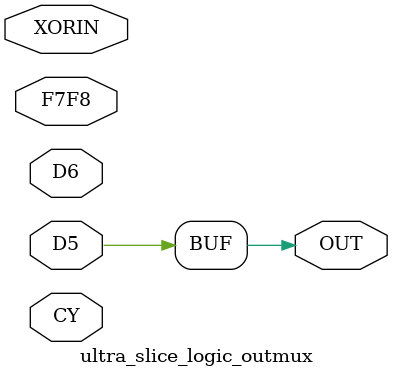
<source format=v>

module ultra_slice_logic #(
	parameter [1023:0] LOC = "",
	parameter [63:0]   ALUT_INIT = 64'h00C0FFEE,
	parameter [63:0]   BLUT_INIT = 64'h00C0FFEE,
	parameter [63:0]   CLUT_INIT = 64'h00C0FFEE,
	parameter [63:0]   DLUT_INIT = 64'h00C0FFEE,
	parameter [63:0]   ELUT_INIT = 64'h00C0FFEE,
	parameter [63:0]   FLUT_INIT = 64'h00C0FFEE,
	parameter [63:0]   GLUT_INIT = 64'h00C0FFEE,
	parameter [63:0]   HLUT_INIT = 64'h00C0FFEE,

	parameter [1023:0] AFF_TYPE = "NONE",
	parameter [1023:0] AFF2_TYPE = "NONE",
	parameter [1023:0] BFF_TYPE = "NONE",
	parameter [1023:0] BFF2_TYPE = "NONE",
	parameter [1023:0] CFF_TYPE = "NONE",
	parameter [1023:0] CFF2_TYPE = "NONE",
	parameter [1023:0] DFF_TYPE = "NONE",
	parameter [1023:0] DFF2_TYPE = "NONE",
	parameter [1023:0] EFF_TYPE = "NONE",
	parameter [1023:0] EFF2_TYPE = "NONE",
	parameter [1023:0] FFF_TYPE = "NONE",
	parameter [1023:0] FFF2_TYPE = "NONE",
	parameter [1023:0] GFF_TYPE = "NONE",
	parameter [1023:0] GFF2_TYPE = "NONE",
	parameter [1023:0] HFF_TYPE = "NONE",
	parameter [1023:0] HFF2_TYPE = "NONE",

	parameter [15:0]   FF_INIT = 16'h0000,

	parameter [1023:0] FFMUXA1 = "BYP",
	parameter [1023:0] FFMUXA2 = "BYP",
	parameter [1023:0] FFMUXB1 = "BYP",
	parameter [1023:0] FFMUXB2 = "BYP",
	parameter [1023:0] FFMUXC1 = "BYP",
	parameter [1023:0] FFMUXC2 = "BYP",
	parameter [1023:0] FFMUXD1 = "BYP",
	parameter [1023:0] FFMUXD2 = "BYP",
	parameter [1023:0] FFMUXE1 = "BYP",
	parameter [1023:0] FFMUXE2 = "BYP",
	parameter [1023:0] FFMUXF1 = "BYP",
	parameter [1023:0] FFMUXF2 = "BYP",
	parameter [1023:0] FFMUXG1 = "BYP",
	parameter [1023:0] FFMUXG2 = "BYP",
	parameter [1023:0] FFMUXH1 = "BYP",
	parameter [1023:0] FFMUXH2 = "BYP",

	parameter [1023:0] OUTMUXA = "D5",
	parameter [1023:0] OUTMUXB = "D5",
	parameter [1023:0] OUTMUXC = "D5",
	parameter [1023:0] OUTMUXD = "D5",
	parameter [1023:0] OUTMUXE = "D5",
	parameter [1023:0] OUTMUXF = "D5",
	parameter [1023:0] OUTMUXG = "D5",
	parameter [1023:0] OUTMUXH = "D5",

	parameter [1:0]    CLKINV = 2'b00, SRINV = 2'b00

) (
	input [7:0] A1, A2, A3, A4, A5, A6, I, X,
	input [1:0] CLK, SR,
	input [3:0] CE,
	output [7:0] O, Q, Q2, MUX
);
	wire [7:0] out5;
	(* BEL="A5LUT", LOC=LOC, keep, dont_touch *) LUT5 #(.INIT(ALUT_INIT[31:0])) a5lut (.I0(A1[0]), .I1(A2[0]), .I2(A3[0]), .I3(A4[0]), .I4(A5[0]), .O(out5[0]));
	(* BEL="A6LUT", LOC=LOC, keep, dont_touch *) LUT5 #(.INIT(ALUT_INIT[63:32])) a6lut (.I0(A1[0]), .I1(A2[0]), .I2(A3[0]), .I3(A4[0]), .I4(A5[0]), .O(O[0]));
	(* BEL="B5LUT", LOC=LOC, keep, dont_touch *) LUT5 #(.INIT(BLUT_INIT[31:0])) b5lut (.I0(A1[1]), .I1(A2[1]), .I2(A3[1]), .I3(A4[1]), .I4(A5[1]), .O(out5[1]));
	(* BEL="B6LUT", LOC=LOC, keep, dont_touch *) LUT5 #(.INIT(BLUT_INIT[63:32])) b6lut (.I0(A1[1]), .I1(A2[1]), .I2(A3[1]), .I3(A4[1]), .I4(A5[1]), .O(O[1]));
	(* BEL="C5LUT", LOC=LOC, keep, dont_touch *) LUT5 #(.INIT(CLUT_INIT[31:0])) c5lut (.I0(A1[2]), .I1(A2[2]), .I2(A3[2]), .I3(A4[2]), .I4(A5[2]), .O(out5[2]));
	(* BEL="C6LUT", LOC=LOC, keep, dont_touch *) LUT5 #(.INIT(CLUT_INIT[63:32])) c6lut (.I0(A1[2]), .I1(A2[2]), .I2(A3[2]), .I3(A4[2]), .I4(A5[2]), .O(O[2]));
	(* BEL="D5LUT", LOC=LOC, keep, dont_touch *) LUT5 #(.INIT(DLUT_INIT[31:0])) d5lut (.I0(A1[3]), .I1(A2[3]), .I2(A3[3]), .I3(A4[3]), .I4(A5[3]), .O(out5[3]));
	(* BEL="D6LUT", LOC=LOC, keep, dont_touch *) LUT5 #(.INIT(DLUT_INIT[63:32])) d6lut (.I0(A1[3]), .I1(A2[3]), .I2(A3[3]), .I3(A4[3]), .I4(A5[3]), .O(O[3]));

	(* BEL="E5LUT", LOC=LOC, keep, dont_touch *) LUT5 #(.INIT(ELUT_INIT[31:0])) e5lut (.I0(A1[4]), .I1(A2[4]), .I2(A3[4]), .I3(A4[4]), .I4(A5[4]), .O(out5[4]));
	(* BEL="E6LUT", LOC=LOC, keep, dont_touch *) LUT5 #(.INIT(ELUT_INIT[63:32])) e6lut (.I0(A1[4]), .I1(A2[4]), .I2(A3[4]), .I3(A4[4]), .I4(A5[4]), .O(O[4]));
	(* BEL="F5LUT", LOC=LOC, keep, dont_touch *) LUT5 #(.INIT(FLUT_INIT[31:0])) f5lut (.I0(A1[5]), .I1(A2[5]), .I2(A3[5]), .I3(A4[5]), .I4(A5[5]), .O(out5[5]));
	(* BEL="F6LUT", LOC=LOC, keep, dont_touch *) LUT5 #(.INIT(FLUT_INIT[63:32])) f6lut (.I0(A1[5]), .I1(A2[5]), .I2(A3[5]), .I3(A4[5]), .I4(A5[5]), .O(O[5]));
	(* BEL="G5LUT", LOC=LOC, keep, dont_touch *) LUT5 #(.INIT(GLUT_INIT[31:0])) g5lut (.I0(A1[6]), .I1(A2[6]), .I2(A3[6]), .I3(A4[6]), .I4(A5[6]), .O(out5[6]));
	(* BEL="G6LUT", LOC=LOC, keep, dont_touch *) LUT5 #(.INIT(GLUT_INIT[63:32])) g6lut (.I0(A1[6]), .I1(A2[6]), .I2(A3[6]), .I3(A4[6]), .I4(A5[6]), .O(O[6]));
	(* BEL="H5LUT", LOC=LOC, keep, dont_touch *) LUT5 #(.INIT(HLUT_INIT[31:0])) h5lut (.I0(A1[7]), .I1(A2[7]), .I2(A3[7]), .I3(A4[7]), .I4(A5[7]), .O(out5[7]));
	(* BEL="H6LUT", LOC=LOC, keep, dont_touch *) LUT5 #(.INIT(HLUT_INIT[63:32])) h6lut (.I0(A1[7]), .I1(A2[7]), .I2(A3[7]), .I3(A4[7]), .I4(A5[7]), .O(O[7]));

	wire [7:0] f7f8;
	assign f7f8[0] = 1'b0;
	(* BEL="F7MUX_AB",  LOC=LOC, keep, dont_touch *) MUXF7 f7muxab_i (.I0(O[1]), .I1(O[0]), .S(X[0]), .O(f7f8[1]));
	(* BEL="F7MUX_CD",  LOC=LOC, keep, dont_touch *) MUXF7 f7muxcd_i (.I0(O[3]), .I1(O[2]), .S(X[2]), .O(f7f8[3]));
	(* BEL="F7MUX_EF",  LOC=LOC, keep, dont_touch *) MUXF7 f7muxef_i (.I0(O[5]), .I1(O[4]), .S(X[4]), .O(f7f8[5]));
	(* BEL="F7MUX_GH",  LOC=LOC, keep, dont_touch *) MUXF7 f7muxgh_i (.I0(O[7]), .I1(O[6]), .S(X[6]), .O(f7f8[7]));

	(* BEL="F8MUX_BOT", LOC=LOC, keep, dont_touch *) MUXF8 f8muxabcd_i (.I0(f7f8[3]), .I1(f7f8[1]), .S(X[1]), .O(f7f8[2]));
	(* BEL="F8MUX_TOP", LOC=LOC, keep, dont_touch *) MUXF8 f8muxefgh_i (.I0(f7f8[7]), .I1(f7f8[5]), .S(X[5]), .O(f7f8[6]));

	(* BEL="F9MUX",     LOC=LOC, keep, dont_touch *) MUXF9 f9_i (.I0(f7f8[6]), .I1(f7f8[2]), .S(X[3]), .O(f7f8[4]));

	wire [15:0] ffin;
	ultra_slice_logic_ffmux #(.SEL(FFMUXA1)) ffmuxa1_i (.XORIN(), .F7F8(f7f8[0]), .D6(O[0]), .D5(out5[0]), .CY(), .BYP(X[0]), .OUT(ffin[0]));
	ultra_slice_logic_ffmux #(.SEL(FFMUXA2)) ffmuxa2_i (.XORIN(), .F7F8(f7f8[0]), .D6(O[0]), .D5(out5[0]), .CY(), .BYP(I[0]), .OUT(ffin[1]));
	ultra_slice_logic_ffmux #(.SEL(FFMUXB1)) ffmuxb1_i (.XORIN(), .F7F8(f7f8[1]), .D6(O[1]), .D5(out5[1]), .CY(), .BYP(X[1]), .OUT(ffin[2]));
	ultra_slice_logic_ffmux #(.SEL(FFMUXB2)) ffmuxb2_i (.XORIN(), .F7F8(f7f8[1]), .D6(O[1]), .D5(out5[1]), .CY(), .BYP(I[1]), .OUT(ffin[3]));
	ultra_slice_logic_ffmux #(.SEL(FFMUXC1)) ffmuxc1_i (.XORIN(), .F7F8(f7f8[2]), .D6(O[2]), .D5(out5[2]), .CY(), .BYP(X[2]), .OUT(ffin[4]));
	ultra_slice_logic_ffmux #(.SEL(FFMUXC2)) ffmuxc2_i (.XORIN(), .F7F8(f7f8[2]), .D6(O[2]), .D5(out5[2]), .CY(), .BYP(I[2]), .OUT(ffin[5]));
	ultra_slice_logic_ffmux #(.SEL(FFMUXD1)) ffmuxd1_i (.XORIN(), .F7F8(f7f8[3]), .D6(O[3]), .D5(out5[3]), .CY(), .BYP(X[3]), .OUT(ffin[6]));
	ultra_slice_logic_ffmux #(.SEL(FFMUXD2)) ffmuxd2_i (.XORIN(), .F7F8(f7f8[3]), .D6(O[3]), .D5(out5[3]), .CY(), .BYP(I[3]), .OUT(ffin[7]));

	ultra_slice_logic_ffmux #(.SEL(FFMUXE1)) ffmuxe1_i (.XORIN(), .F7F8(f7f8[4]), .D6(O[4]), .D5(out5[4]), .CY(), .BYP(X[4]), .OUT(ffin[8]));
	ultra_slice_logic_ffmux #(.SEL(FFMUXE2)) ffmuxe2_i (.XORIN(), .F7F8(f7f8[4]), .D6(O[4]), .D5(out5[4]), .CY(), .BYP(I[4]), .OUT(ffin[9]));
	ultra_slice_logic_ffmux #(.SEL(FFMUXF1)) ffmuxf1_i (.XORIN(), .F7F8(f7f8[5]), .D6(O[5]), .D5(out5[5]), .CY(), .BYP(X[5]), .OUT(ffin[10]));
	ultra_slice_logic_ffmux #(.SEL(FFMUXF2)) ffmuxf2_i (.XORIN(), .F7F8(f7f8[5]), .D6(O[5]), .D5(out5[5]), .CY(), .BYP(I[5]), .OUT(ffin[11]));
	ultra_slice_logic_ffmux #(.SEL(FFMUXG1)) ffmuxg1_i (.XORIN(), .F7F8(f7f8[6]), .D6(O[6]), .D5(out5[6]), .CY(), .BYP(X[6]), .OUT(ffin[12]));
	ultra_slice_logic_ffmux #(.SEL(FFMUXG2)) ffmuxg2_i (.XORIN(), .F7F8(f7f8[6]), .D6(O[6]), .D5(out5[6]), .CY(), .BYP(I[6]), .OUT(ffin[13]));
	ultra_slice_logic_ffmux #(.SEL(FFMUXH1)) ffmuxh1_i (.XORIN(), .F7F8(f7f8[7]), .D6(O[7]), .D5(out5[7]), .CY(), .BYP(X[7]), .OUT(ffin[14]));
	ultra_slice_logic_ffmux #(.SEL(FFMUXH2)) ffmuxh2_i (.XORIN(), .F7F8(f7f8[7]), .D6(O[7]), .D5(out5[7]), .CY(), .BYP(I[7]), .OUT(ffin[15]));

	ultra_slice_logic_ffx #(.LOC(LOC), .BEL("AFF"),  .TYPE(AFF_TYPE),  .CLKINV(CLKINV[0]), .SRINV(SRINV[0]), .INIT(FF_INIT[0])) aff_i  (.C(CLK[0]), .SR(SR[0]), .CE(CE[0]), .D(ffin[0]), .Q(Q[0]));
	ultra_slice_logic_ffx #(.LOC(LOC), .BEL("AFF2"), .TYPE(AFF2_TYPE), .CLKINV(CLKINV[0]), .SRINV(SRINV[0]), .INIT(FF_INIT[1])) aff2_i (.C(CLK[0]), .SR(SR[0]), .CE(CE[1]), .D(ffin[1]), .Q(Q2[0]));
	ultra_slice_logic_ffx #(.LOC(LOC), .BEL("BFF"),  .TYPE(BFF_TYPE),  .CLKINV(CLKINV[0]), .SRINV(SRINV[0]), .INIT(FF_INIT[2])) bff_i  (.C(CLK[0]), .SR(SR[0]), .CE(CE[0]), .D(ffin[2]), .Q(Q[1]));
	ultra_slice_logic_ffx #(.LOC(LOC), .BEL("BFF2"), .TYPE(BFF2_TYPE), .CLKINV(CLKINV[0]), .SRINV(SRINV[0]), .INIT(FF_INIT[3])) bff2_i (.C(CLK[0]), .SR(SR[0]), .CE(CE[1]), .D(ffin[3]), .Q(Q2[1]));
	ultra_slice_logic_ffx #(.LOC(LOC), .BEL("CFF"),  .TYPE(CFF_TYPE),  .CLKINV(CLKINV[0]), .SRINV(SRINV[0]), .INIT(FF_INIT[4])) cff_i  (.C(CLK[0]), .SR(SR[0]), .CE(CE[0]), .D(ffin[4]), .Q(Q[2]));
	ultra_slice_logic_ffx #(.LOC(LOC), .BEL("CFF2"), .TYPE(CFF2_TYPE), .CLKINV(CLKINV[0]), .SRINV(SRINV[0]), .INIT(FF_INIT[5])) cff2_i (.C(CLK[0]), .SR(SR[0]), .CE(CE[1]), .D(ffin[5]), .Q(Q2[2]));
	ultra_slice_logic_ffx #(.LOC(LOC), .BEL("DFF"),  .TYPE(DFF_TYPE),  .CLKINV(CLKINV[0]), .SRINV(SRINV[0]), .INIT(FF_INIT[6])) dff_i  (.C(CLK[0]), .SR(SR[0]), .CE(CE[0]), .D(ffin[6]), .Q(Q[3]));
	ultra_slice_logic_ffx #(.LOC(LOC), .BEL("DFF2"), .TYPE(DFF2_TYPE), .CLKINV(CLKINV[0]), .SRINV(SRINV[0]), .INIT(FF_INIT[7])) dff2_i (.C(CLK[0]), .SR(SR[0]), .CE(CE[1]), .D(ffin[7]), .Q(Q2[3]));

	ultra_slice_logic_ffx #(.LOC(LOC), .BEL("EFF"),  .TYPE(EFF_TYPE),  .CLKINV(CLKINV[1]), .SRINV(SRINV[1]), .INIT(FF_INIT[8])) eff_i  (.C(CLK[1]), .SR(SR[1]), .CE(CE[2]), .D(ffin[8]), .Q(Q[4]));
	ultra_slice_logic_ffx #(.LOC(LOC), .BEL("EFF2"), .TYPE(EFF2_TYPE), .CLKINV(CLKINV[1]), .SRINV(SRINV[1]), .INIT(FF_INIT[9])) eff2_i (.C(CLK[1]), .SR(SR[1]), .CE(CE[3]), .D(ffin[9]), .Q(Q2[4]));
	ultra_slice_logic_ffx #(.LOC(LOC), .BEL("FFF"),  .TYPE(FFF_TYPE),  .CLKINV(CLKINV[1]), .SRINV(SRINV[1]), .INIT(FF_INIT[10])) fff_i  (.C(CLK[1]), .SR(SR[1]), .CE(CE[2]), .D(ffin[10]), .Q(Q[5]));
	ultra_slice_logic_ffx #(.LOC(LOC), .BEL("FFF2"), .TYPE(FFF2_TYPE), .CLKINV(CLKINV[1]), .SRINV(SRINV[1]), .INIT(FF_INIT[11])) fff2_i (.C(CLK[1]), .SR(SR[1]), .CE(CE[3]), .D(ffin[11]), .Q(Q2[5]));
	ultra_slice_logic_ffx #(.LOC(LOC), .BEL("GFF"),  .TYPE(GFF_TYPE),  .CLKINV(CLKINV[1]), .SRINV(SRINV[1]), .INIT(FF_INIT[12])) gff_i  (.C(CLK[1]), .SR(SR[1]), .CE(CE[2]), .D(ffin[12]), .Q(Q[6]));
	ultra_slice_logic_ffx #(.LOC(LOC), .BEL("GFF2"), .TYPE(GFF2_TYPE), .CLKINV(CLKINV[1]), .SRINV(SRINV[1]), .INIT(FF_INIT[13])) gff2_i (.C(CLK[1]), .SR(SR[1]), .CE(CE[3]), .D(ffin[13]), .Q(Q2[6]));
	ultra_slice_logic_ffx #(.LOC(LOC), .BEL("HFF"),  .TYPE(HFF_TYPE),  .CLKINV(CLKINV[1]), .SRINV(SRINV[1]), .INIT(FF_INIT[14])) hff_i  (.C(CLK[1]), .SR(SR[1]), .CE(CE[2]), .D(ffin[14]), .Q(Q[7]));
	ultra_slice_logic_ffx #(.LOC(LOC), .BEL("HFF2"), .TYPE(HFF2_TYPE), .CLKINV(CLKINV[1]), .SRINV(SRINV[1]), .INIT(FF_INIT[15])) hff2_i (.C(CLK[1]), .SR(SR[1]), .CE(CE[3]), .D(ffin[15]), .Q(Q2[7]));

	ultra_slice_logic_outmux #(.SEL(OUTMUXA)) outmuxa_i (.XORIN(), .F7F8(f7f8[0]), .D6(O[0]), .D5(out5[0]), .CY(), .OUT(MUX[0]));
	ultra_slice_logic_outmux #(.SEL(OUTMUXB)) outmuxb_i (.XORIN(), .F7F8(f7f8[1]), .D6(O[1]), .D5(out5[1]), .CY(), .OUT(MUX[1]));
	ultra_slice_logic_outmux #(.SEL(OUTMUXC)) outmuxc_i (.XORIN(), .F7F8(f7f8[2]), .D6(O[2]), .D5(out5[2]), .CY(), .OUT(MUX[2]));
	ultra_slice_logic_outmux #(.SEL(OUTMUXD)) outmuxd_i (.XORIN(), .F7F8(f7f8[3]), .D6(O[3]), .D5(out5[3]), .CY(), .OUT(MUX[3]));

	ultra_slice_logic_outmux #(.SEL(OUTMUXE)) outmuxe_i (.XORIN(), .F7F8(f7f8[4]), .D6(O[4]), .D5(out5[4]), .CY(), .OUT(MUX[4]));
	ultra_slice_logic_outmux #(.SEL(OUTMUXF)) outmuxf_i (.XORIN(), .F7F8(f7f8[5]), .D6(O[5]), .D5(out5[5]), .CY(), .OUT(MUX[5]));
	ultra_slice_logic_outmux #(.SEL(OUTMUXG)) outmuxg_i (.XORIN(), .F7F8(f7f8[6]), .D6(O[6]), .D5(out5[6]), .CY(), .OUT(MUX[6]));
	ultra_slice_logic_outmux #(.SEL(OUTMUXH)) outmuxh_i (.XORIN(), .F7F8(f7f8[7]), .D6(O[7]), .D5(out5[7]), .CY(), .OUT(MUX[7]));


endmodule

module ultra_slice_logic_ffmux #(
	parameter [1023:0] SEL = "BYP"
) (
	input XORIN, F7F8, D6, D5, CY, BYP,
	output OUT
);
	generate
		case(SEL)
			"XORIN": assign OUT = XORIN;
			"F7F8":  assign OUT = F7F8;
			"D6":    assign OUT = D6;
			"D5":    assign OUT = D5;
			"CY":    assign OUT = CY;
			"BYP":   assign OUT = BYP;
		endcase		
	endgenerate
endmodule

module ultra_slice_logic_ffx #(
	parameter [1023:0] LOC = "",
	parameter [1023:0] BEL = "",
	parameter [1023:0] TYPE = "",
	parameter CLKINV = 1'b0,
	parameter SRINV = 1'b0,
	parameter INIT = 1'b0
) (
	input C, CE, SR, D,
	output Q
);
	generate
		case (TYPE)
			"FDPE": (* LOC=LOC, BEL=BEL, keep, dont_touch *) FDPE #(.IS_C_INVERTED(CLKINV), .IS_PRE_INVERTED(SRINV), .INIT(INIT)) ff_i (.C(C), .CE(CE), .PRE(SR), .D(D), .Q(Q));
			"FDCE": (* LOC=LOC, BEL=BEL, keep, dont_touch *) FDCE #(.IS_C_INVERTED(CLKINV), .IS_CLR_INVERTED(SRINV), .INIT(INIT)) ff_i (.C(C), .CE(CE), .CLR(SR), .D(D), .Q(Q));
			"FDSE": (* LOC=LOC, BEL=BEL, keep, dont_touch *) FDSE #(.IS_C_INVERTED(CLKINV), .IS_S_INVERTED(SRINV), .INIT(INIT)) ff_i (.C(C), .CE(CE), .S(SR), .D(D), .Q(Q));
			"FDRE": (* LOC=LOC, BEL=BEL, keep, dont_touch *) FDRE #(.IS_C_INVERTED(CLKINV), .IS_R_INVERTED(SRINV), .INIT(INIT)) ff_i (.C(C), .CE(CE), .R(SR), .D(D), .Q(Q));
			
			"LDPE": (* LOC=LOC, BEL=BEL, keep, dont_touch *) LDPE #(.IS_G_INVERTED(CLKINV), .IS_PRE_INVERTED(SRINV), .INIT(INIT)) ff_i (.G(C), .GE(CE), .PRE(SR), .D(D), .Q(Q));
			"LDCE": (* LOC=LOC, BEL=BEL, keep, dont_touch *) LDCE #(.IS_G_INVERTED(CLKINV), .IS_CLR_INVERTED(SRINV), .INIT(INIT)) ff_i (.G(C), .GE(CE), .CLR(SR), .D(D), .Q(Q));
			"NONE": assign Q = INIT;
		endcase
	endgenerate
endmodule

module ultra_slice_logic_outmux #(
	parameter SEL = "D5"
) (
	input XORIN, F7F8, D6, D5, CY,
	output OUT
);
	generate
		case(SEL)
			"XORIN": assign OUT = XORIN;
			"F7F8":  assign OUT = F7F8;
			"D6":    assign OUT = D6;
			"D5":    assign OUT = D5;
			"CY":    assign OUT = CY;
		endcase		
	endgenerate
endmodule
</source>
